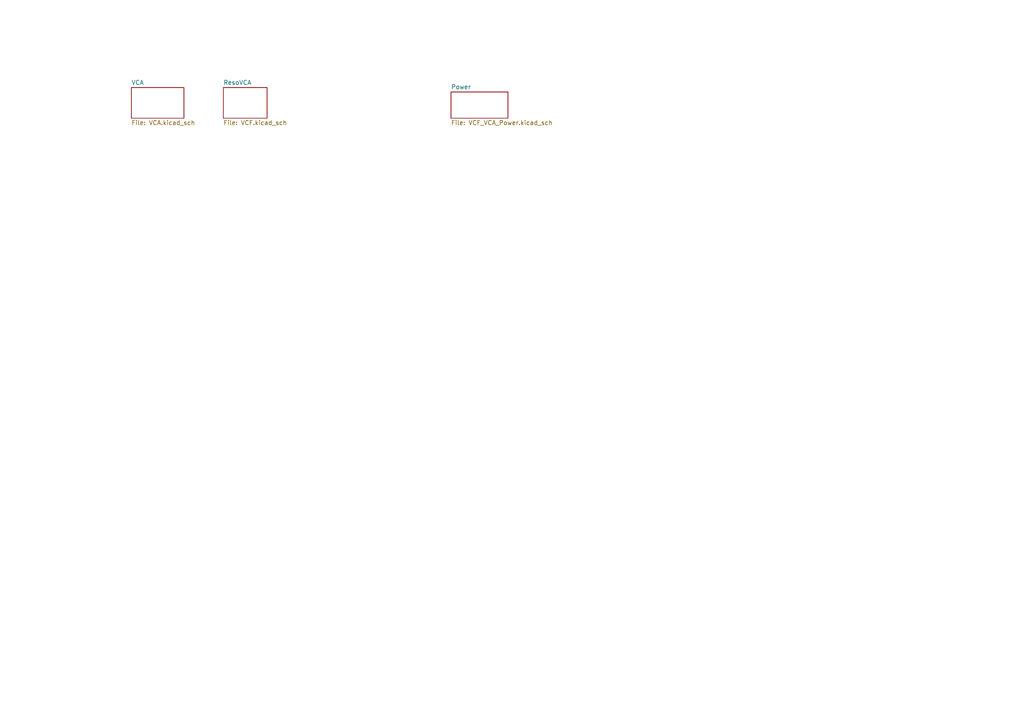
<source format=kicad_sch>
(kicad_sch
	(version 20250114)
	(generator "eeschema")
	(generator_version "9.0")
	(uuid "20da34b0-f9e2-4ef1-be70-e6e2cca721c0")
	(paper "A4")
	(lib_symbols)
	(sheet
		(at 64.77 25.4)
		(size 12.7 8.89)
		(exclude_from_sim no)
		(in_bom yes)
		(on_board yes)
		(dnp no)
		(fields_autoplaced yes)
		(stroke
			(width 0.1524)
			(type solid)
		)
		(fill
			(color 0 0 0 0.0000)
		)
		(uuid "87b1a5da-67d8-4348-8ef2-bf0200c24e87")
		(property "Sheetname" "ResoVCA"
			(at 64.77 24.6884 0)
			(effects
				(font
					(size 1.27 1.27)
				)
				(justify left bottom)
			)
		)
		(property "Sheetfile" "VCF.kicad_sch"
			(at 64.77 34.8746 0)
			(effects
				(font
					(size 1.27 1.27)
				)
				(justify left top)
			)
		)
		(instances
			(project "debugVCASeparate"
				(path "/20da34b0-f9e2-4ef1-be70-e6e2cca721c0"
					(page "3")
				)
			)
		)
	)
	(sheet
		(at 38.1 25.4)
		(size 15.24 8.89)
		(exclude_from_sim no)
		(in_bom yes)
		(on_board yes)
		(dnp no)
		(fields_autoplaced yes)
		(stroke
			(width 0.1524)
			(type solid)
		)
		(fill
			(color 0 0 0 0.0000)
		)
		(uuid "95ec37ca-e16f-40ae-99aa-b5e8d93e3c51")
		(property "Sheetname" "VCA"
			(at 38.1 24.6884 0)
			(effects
				(font
					(size 1.27 1.27)
				)
				(justify left bottom)
			)
		)
		(property "Sheetfile" "VCA.kicad_sch"
			(at 38.1 34.8746 0)
			(effects
				(font
					(size 1.27 1.27)
				)
				(justify left top)
			)
		)
		(instances
			(project "debugVCASeparate"
				(path "/20da34b0-f9e2-4ef1-be70-e6e2cca721c0"
					(page "2")
				)
			)
		)
	)
	(sheet
		(at 130.81 26.67)
		(size 16.51 7.62)
		(exclude_from_sim no)
		(in_bom yes)
		(on_board yes)
		(dnp no)
		(fields_autoplaced yes)
		(stroke
			(width 0.1524)
			(type solid)
		)
		(fill
			(color 0 0 0 0.0000)
		)
		(uuid "f6f7ea5b-6179-44e5-8908-c51d3f61c0d2")
		(property "Sheetname" "Power"
			(at 130.81 25.9584 0)
			(effects
				(font
					(size 1.27 1.27)
				)
				(justify left bottom)
			)
		)
		(property "Sheetfile" "VCF_VCA_Power.kicad_sch"
			(at 130.81 34.8746 0)
			(effects
				(font
					(size 1.27 1.27)
				)
				(justify left top)
			)
		)
		(instances
			(project "debugVCASeparate"
				(path "/20da34b0-f9e2-4ef1-be70-e6e2cca721c0"
					(page "5")
				)
			)
		)
	)
	(sheet_instances
		(path "/"
			(page "1")
		)
	)
	(embedded_fonts no)
)

</source>
